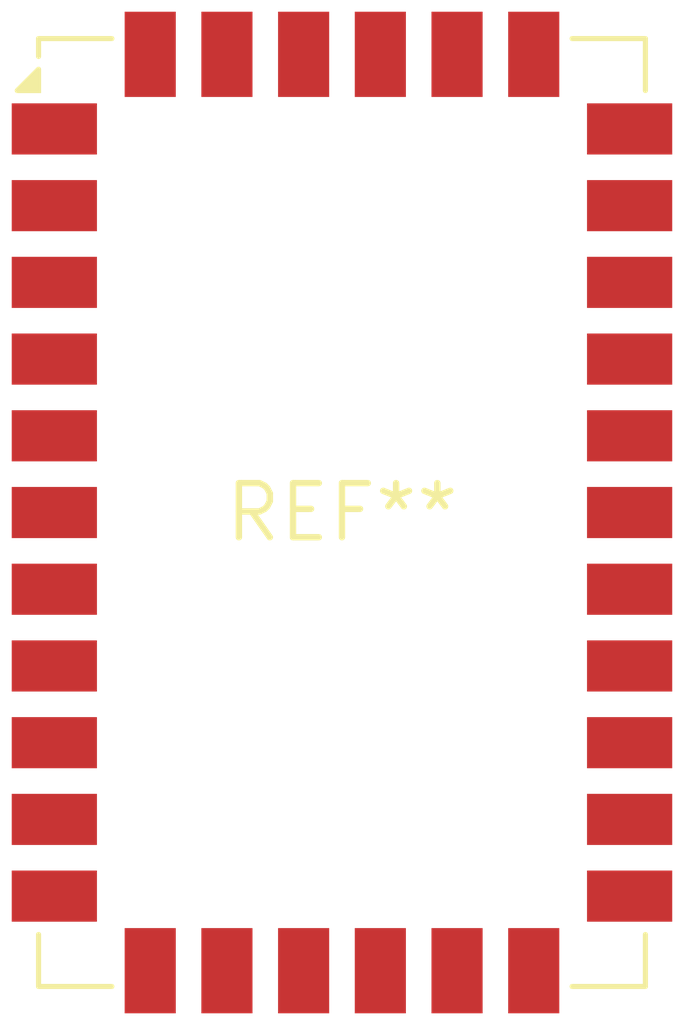
<source format=kicad_pcb>
(kicad_pcb (version 20240108) (generator pcbnew)
  (layers (0 "F.Cu" signal) (31 "B.Cu" signal) (34 "B.Paste" user) (35 "F.Paste" user) (36 "B.SilkS" user "B.Silkscreen") (37 "F.SilkS" user "F.Silkscreen") (38 "B.Mask" user) (39 "F.Mask" user) (44 "Edge.Cuts" user))
  (net 0 "")
  (footprint "RAK811" (layer "F.Cu") (at 0 0)
    (property "Reference" "REF**")
    (property "Value" "RAK811")
    (fp_line (start -7.12 -11.12) (end -7.12 -10.7) (layer "F.SilkS") (stroke (width 0.12)))
    (fp_line (start -7.12 -11.12) (end -5.4 -11.12) (layer "F.SilkS") (stroke (width 0.12)))
    (fp_line (start -7.12 11.12) (end -7.12 9.9) (layer "F.SilkS") (stroke (width 0.12)))
    (fp_line (start -5.4 11.12) (end -7.12 11.12) (layer "F.SilkS") (stroke (width 0.12)))
    (fp_line (start 5.4 -11.12) (end 7.12 -11.12) (layer "F.SilkS") (stroke (width 0.12)))
    (fp_line (start 5.4 11.12) (end 7.12 11.12) (layer "F.SilkS") (stroke (width 0.12)))
    (fp_line (start 7.12 -11.12) (end 7.12 -9.9) (layer "F.SilkS") (stroke (width 0.12)))
    (fp_line (start 7.12 9.9) (end 7.12 11.12) (layer "F.SilkS") (stroke (width 0.12)))
    (fp_poly (pts (xy -7.12 -9.9) (xy -7.62 -9.9) (xy -7.12 -10.4) (xy -7.12 -9.9)) (layer "F.SilkS") (stroke (width 0.12)) (fill solid))
    (pad "1" smd rect (at -6.75 -9) (size 2 1.2) (layers "F.Cu" "F.Paste" "F.Mask"))
    (pad "2" smd rect (at -6.75 -7.2) (size 2 1.2) (layers "F.Cu" "F.Paste" "F.Mask"))
    (pad "3" smd rect (at -6.75 -5.4) (size 2 1.2) (layers "F.Cu" "F.Paste" "F.Mask"))
    (pad "4" smd rect (at -6.75 -3.6) (size 2 1.2) (layers "F.Cu" "F.Paste" "F.Mask"))
    (pad "5" smd rect (at -6.75 -1.8) (size 2 1.2) (layers "F.Cu" "F.Paste" "F.Mask"))
    (pad "6" smd rect (at -6.75 0) (size 2 1.2) (layers "F.Cu" "F.Paste" "F.Mask"))
    (pad "7" smd rect (at -6.75 1.8) (size 2 1.2) (layers "F.Cu" "F.Paste" "F.Mask"))
    (pad "8" smd rect (at -6.75 3.6) (size 2 1.2) (layers "F.Cu" "F.Paste" "F.Mask"))
    (pad "9" smd rect (at -6.75 5.4) (size 2 1.2) (layers "F.Cu" "F.Paste" "F.Mask"))
    (pad "10" smd rect (at -6.75 7.2) (size 2 1.2) (layers "F.Cu" "F.Paste" "F.Mask"))
    (pad "11" smd rect (at -6.75 9) (size 2 1.2) (layers "F.Cu" "F.Paste" "F.Mask"))
    (pad "12" smd rect (at -4.5 10.75) (size 1.2 2) (layers "F.Cu" "F.Paste" "F.Mask"))
    (pad "13" smd rect (at -2.7 10.75) (size 1.2 2) (layers "F.Cu" "F.Paste" "F.Mask"))
    (pad "14" smd rect (at -0.9 10.75) (size 1.2 2) (layers "F.Cu" "F.Paste" "F.Mask"))
    (pad "15" smd rect (at 0.9 10.75) (size 1.2 2) (layers "F.Cu" "F.Paste" "F.Mask"))
    (pad "16" smd rect (at 2.7 10.75) (size 1.2 2) (layers "F.Cu" "F.Paste" "F.Mask"))
    (pad "17" smd rect (at 4.5 10.75) (size 1.2 2) (layers "F.Cu" "F.Paste" "F.Mask"))
    (pad "18" smd rect (at 6.75 9) (size 2 1.2) (layers "F.Cu" "F.Paste" "F.Mask"))
    (pad "19" smd rect (at 6.75 7.2) (size 2 1.2) (layers "F.Cu" "F.Paste" "F.Mask"))
    (pad "20" smd rect (at 6.75 5.4) (size 2 1.2) (layers "F.Cu" "F.Paste" "F.Mask"))
    (pad "21" smd rect (at 6.75 3.6) (size 2 1.2) (layers "F.Cu" "F.Paste" "F.Mask"))
    (pad "22" smd rect (at 6.75 1.8) (size 2 1.2) (layers "F.Cu" "F.Paste" "F.Mask"))
    (pad "23" smd rect (at 6.75 0) (size 2 1.2) (layers "F.Cu" "F.Paste" "F.Mask"))
    (pad "24" smd rect (at 6.75 -1.8) (size 2 1.2) (layers "F.Cu" "F.Paste" "F.Mask"))
    (pad "25" smd rect (at 6.75 -3.6) (size 2 1.2) (layers "F.Cu" "F.Paste" "F.Mask"))
    (pad "26" smd rect (at 6.75 -5.4) (size 2 1.2) (layers "F.Cu" "F.Paste" "F.Mask"))
    (pad "27" smd rect (at 6.75 -7.2) (size 2 1.2) (layers "F.Cu" "F.Paste" "F.Mask"))
    (pad "28" smd rect (at 6.75 -9) (size 2 1.2) (layers "F.Cu" "F.Paste" "F.Mask"))
    (pad "29" smd rect (at 4.5 -10.75) (size 1.2 2) (layers "F.Cu" "F.Paste" "F.Mask"))
    (pad "30" smd rect (at 2.7 -10.75) (size 1.2 2) (layers "F.Cu" "F.Paste" "F.Mask"))
    (pad "31" smd rect (at 0.9 -10.75) (size 1.2 2) (layers "F.Cu" "F.Paste" "F.Mask"))
    (pad "32" smd rect (at -0.9 -10.75) (size 1.2 2) (layers "F.Cu" "F.Paste" "F.Mask"))
    (pad "33" smd rect (at -2.7 -10.75) (size 1.2 2) (layers "F.Cu" "F.Paste" "F.Mask"))
    (pad "34" smd rect (at -4.5 -10.75) (size 1.2 2) (layers "F.Cu" "F.Paste" "F.Mask"))
  )
)
</source>
